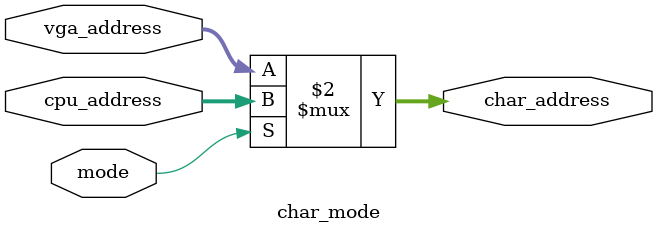
<source format=v>
`timescale 1ns / 1ps
module char_mode(
			input [14:0] cpu_address,
			input [14:0] vga_address,
			input mode,
			output [14:0] char_address
    );

	assign char_address = (mode == 1) ? cpu_address : vga_address;

endmodule

</source>
